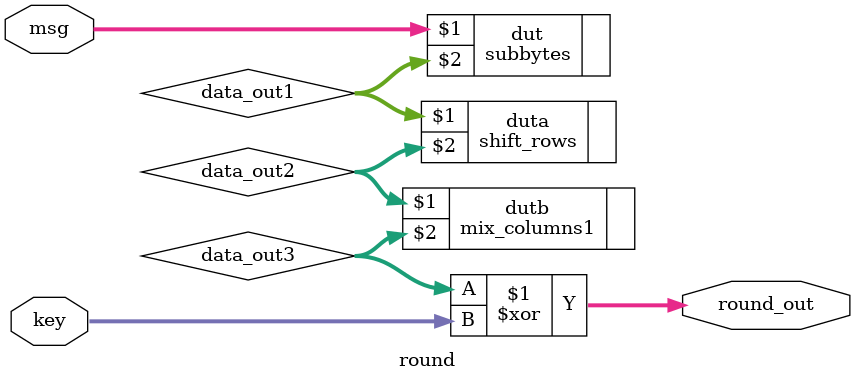
<source format=v>
module round(msg,key,round_out);

input [127:0]msg,key;
output  [127:0]round_out;


wire [127:0]data_out1,data_out2,data_out3;


subbytes dut(msg,data_out1);
shift_rows duta(data_out1,data_out2);
mix_columns1 dutb(data_out2,data_out3);

assign round_out=data_out3^key;
endmodule


</source>
